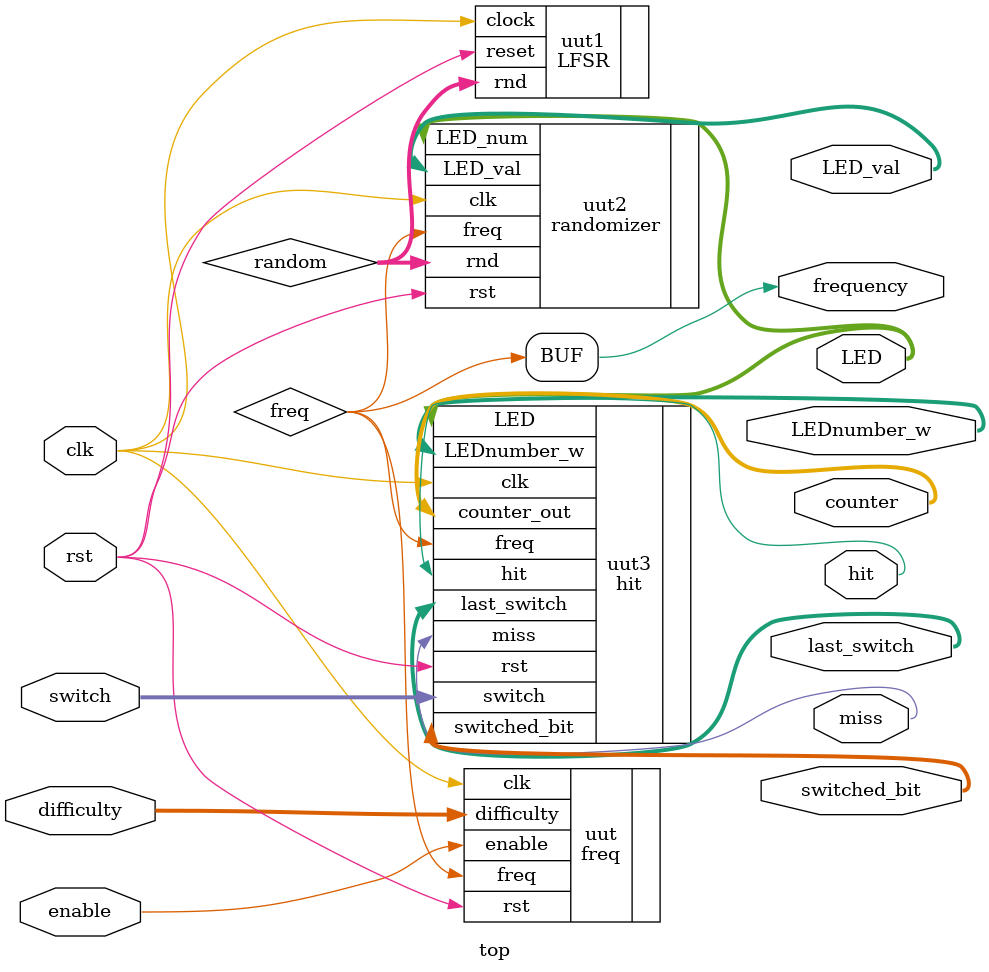
<source format=v>
module top(
	input enable,
	input [2:0] difficulty,
	input clk,
	input rst,
	input [7:0] switch, //the seven switches should be wired here
	
	output hit,
	output miss,
    output [7:0] LEDnumber_w, //OUTPUT GOES TO FPGA LIGHT

    
    //debugging
    output frequency,
    output [31:0] counter,
    output [2:0] LED_val,
    output [7:0] last_switch,
    output [7:0] switched_bit,
   	output [7:0] LED

);

wire [12:0] random;
wire freq;
assign frequency = freq;




freq uut(
	//inputs
	.clk(clk),
	.rst(rst),
	.enable(enable), //enable frequency to send pulses
	.difficulty(difficulty),

	//outputs
	.freq(freq)
);


LFSR uut1(
	//inputs
	.clock(clk),
	.reset(rst),
	
	//output
	.rnd(random)
	
);

randomizer uut2(
	//inputs
	.clk(clk),
	.rst(rst),
	.freq(freq),
	.rnd(random),
	
	//outputs
	.LED_num(LED),
    .LED_val(LED_val)

);

hit uut3(
	.clk(clk),
	.rst(rst),
	.freq(freq),
	.LED(LED),
	.switch(switch),
	
	.hit(hit),
	.miss(miss),
    .counter_out(counter),
    .last_switch(last_switch),
    .switched_bit(switched_bit),
    .LEDnumber_w(LEDnumber_w)
); 

endmodule
</source>
